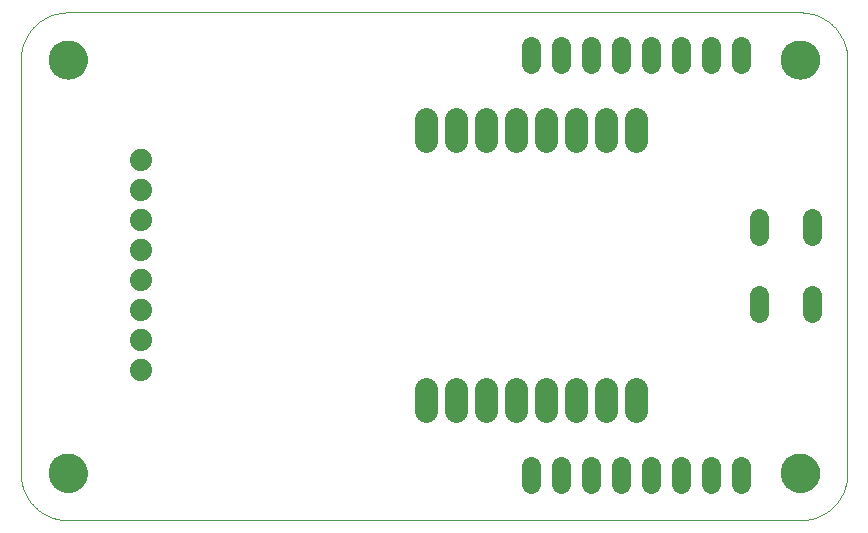
<source format=gbs>
G75*
%MOIN*%
%OFA0B0*%
%FSLAX25Y25*%
%IPPOS*%
%LPD*%
%AMOC8*
5,1,8,0,0,1.08239X$1,22.5*
%
%ADD10C,0.06400*%
%ADD11C,0.07400*%
%ADD12C,0.07600*%
%ADD13C,0.00000*%
%ADD14C,0.12998*%
D10*
X0217094Y0046156D02*
X0217094Y0052156D01*
X0227094Y0052156D02*
X0227094Y0046156D01*
X0237094Y0046156D02*
X0237094Y0052156D01*
X0247094Y0052156D02*
X0247094Y0046156D01*
X0257094Y0046156D02*
X0257094Y0052156D01*
X0267094Y0052156D02*
X0267094Y0046156D01*
X0277094Y0046156D02*
X0277094Y0052156D01*
X0287094Y0052156D02*
X0287094Y0046156D01*
X0293194Y0103356D02*
X0293194Y0109356D01*
X0310994Y0109356D02*
X0310994Y0103356D01*
X0310994Y0128956D02*
X0310994Y0134956D01*
X0293194Y0134956D02*
X0293194Y0128956D01*
X0287094Y0186156D02*
X0287094Y0192156D01*
X0277094Y0192156D02*
X0277094Y0186156D01*
X0267094Y0186156D02*
X0267094Y0192156D01*
X0257094Y0192156D02*
X0257094Y0186156D01*
X0247094Y0186156D02*
X0247094Y0192156D01*
X0237094Y0192156D02*
X0237094Y0186156D01*
X0227094Y0186156D02*
X0227094Y0192156D01*
X0217094Y0192156D02*
X0217094Y0186156D01*
D11*
X0087094Y0154156D03*
X0087094Y0144156D03*
X0087094Y0134156D03*
X0087094Y0124156D03*
X0087094Y0114156D03*
X0087094Y0104156D03*
X0087094Y0094156D03*
X0087094Y0084156D03*
D12*
X0182094Y0077756D02*
X0182094Y0070556D01*
X0192094Y0070556D02*
X0192094Y0077756D01*
X0202094Y0077756D02*
X0202094Y0070556D01*
X0212094Y0070556D02*
X0212094Y0077756D01*
X0222094Y0077756D02*
X0222094Y0070556D01*
X0232094Y0070556D02*
X0232094Y0077756D01*
X0242094Y0077756D02*
X0242094Y0070556D01*
X0252094Y0070556D02*
X0252094Y0077756D01*
X0252094Y0160556D02*
X0252094Y0167756D01*
X0242094Y0167756D02*
X0242094Y0160556D01*
X0232094Y0160556D02*
X0232094Y0167756D01*
X0222094Y0167756D02*
X0222094Y0160556D01*
X0212094Y0160556D02*
X0212094Y0167756D01*
X0202094Y0167756D02*
X0202094Y0160556D01*
X0192094Y0160556D02*
X0192094Y0167756D01*
X0182094Y0167756D02*
X0182094Y0160556D01*
D13*
X0062843Y0034156D02*
X0306937Y0034156D01*
X0300638Y0049904D02*
X0300640Y0050062D01*
X0300646Y0050220D01*
X0300656Y0050378D01*
X0300670Y0050536D01*
X0300688Y0050693D01*
X0300709Y0050850D01*
X0300735Y0051006D01*
X0300765Y0051162D01*
X0300798Y0051317D01*
X0300836Y0051470D01*
X0300877Y0051623D01*
X0300922Y0051775D01*
X0300971Y0051926D01*
X0301024Y0052075D01*
X0301080Y0052223D01*
X0301140Y0052369D01*
X0301204Y0052514D01*
X0301272Y0052657D01*
X0301343Y0052799D01*
X0301417Y0052939D01*
X0301495Y0053076D01*
X0301577Y0053212D01*
X0301661Y0053346D01*
X0301750Y0053477D01*
X0301841Y0053606D01*
X0301936Y0053733D01*
X0302033Y0053858D01*
X0302134Y0053980D01*
X0302238Y0054099D01*
X0302345Y0054216D01*
X0302455Y0054330D01*
X0302568Y0054441D01*
X0302683Y0054550D01*
X0302801Y0054655D01*
X0302922Y0054757D01*
X0303045Y0054857D01*
X0303171Y0054953D01*
X0303299Y0055046D01*
X0303429Y0055136D01*
X0303562Y0055222D01*
X0303697Y0055306D01*
X0303833Y0055385D01*
X0303972Y0055462D01*
X0304113Y0055534D01*
X0304255Y0055604D01*
X0304399Y0055669D01*
X0304545Y0055731D01*
X0304692Y0055789D01*
X0304841Y0055844D01*
X0304991Y0055895D01*
X0305142Y0055942D01*
X0305294Y0055985D01*
X0305447Y0056024D01*
X0305602Y0056060D01*
X0305757Y0056091D01*
X0305913Y0056119D01*
X0306069Y0056143D01*
X0306226Y0056163D01*
X0306384Y0056179D01*
X0306541Y0056191D01*
X0306700Y0056199D01*
X0306858Y0056203D01*
X0307016Y0056203D01*
X0307174Y0056199D01*
X0307333Y0056191D01*
X0307490Y0056179D01*
X0307648Y0056163D01*
X0307805Y0056143D01*
X0307961Y0056119D01*
X0308117Y0056091D01*
X0308272Y0056060D01*
X0308427Y0056024D01*
X0308580Y0055985D01*
X0308732Y0055942D01*
X0308883Y0055895D01*
X0309033Y0055844D01*
X0309182Y0055789D01*
X0309329Y0055731D01*
X0309475Y0055669D01*
X0309619Y0055604D01*
X0309761Y0055534D01*
X0309902Y0055462D01*
X0310041Y0055385D01*
X0310177Y0055306D01*
X0310312Y0055222D01*
X0310445Y0055136D01*
X0310575Y0055046D01*
X0310703Y0054953D01*
X0310829Y0054857D01*
X0310952Y0054757D01*
X0311073Y0054655D01*
X0311191Y0054550D01*
X0311306Y0054441D01*
X0311419Y0054330D01*
X0311529Y0054216D01*
X0311636Y0054099D01*
X0311740Y0053980D01*
X0311841Y0053858D01*
X0311938Y0053733D01*
X0312033Y0053606D01*
X0312124Y0053477D01*
X0312213Y0053346D01*
X0312297Y0053212D01*
X0312379Y0053076D01*
X0312457Y0052939D01*
X0312531Y0052799D01*
X0312602Y0052657D01*
X0312670Y0052514D01*
X0312734Y0052369D01*
X0312794Y0052223D01*
X0312850Y0052075D01*
X0312903Y0051926D01*
X0312952Y0051775D01*
X0312997Y0051623D01*
X0313038Y0051470D01*
X0313076Y0051317D01*
X0313109Y0051162D01*
X0313139Y0051006D01*
X0313165Y0050850D01*
X0313186Y0050693D01*
X0313204Y0050536D01*
X0313218Y0050378D01*
X0313228Y0050220D01*
X0313234Y0050062D01*
X0313236Y0049904D01*
X0313234Y0049746D01*
X0313228Y0049588D01*
X0313218Y0049430D01*
X0313204Y0049272D01*
X0313186Y0049115D01*
X0313165Y0048958D01*
X0313139Y0048802D01*
X0313109Y0048646D01*
X0313076Y0048491D01*
X0313038Y0048338D01*
X0312997Y0048185D01*
X0312952Y0048033D01*
X0312903Y0047882D01*
X0312850Y0047733D01*
X0312794Y0047585D01*
X0312734Y0047439D01*
X0312670Y0047294D01*
X0312602Y0047151D01*
X0312531Y0047009D01*
X0312457Y0046869D01*
X0312379Y0046732D01*
X0312297Y0046596D01*
X0312213Y0046462D01*
X0312124Y0046331D01*
X0312033Y0046202D01*
X0311938Y0046075D01*
X0311841Y0045950D01*
X0311740Y0045828D01*
X0311636Y0045709D01*
X0311529Y0045592D01*
X0311419Y0045478D01*
X0311306Y0045367D01*
X0311191Y0045258D01*
X0311073Y0045153D01*
X0310952Y0045051D01*
X0310829Y0044951D01*
X0310703Y0044855D01*
X0310575Y0044762D01*
X0310445Y0044672D01*
X0310312Y0044586D01*
X0310177Y0044502D01*
X0310041Y0044423D01*
X0309902Y0044346D01*
X0309761Y0044274D01*
X0309619Y0044204D01*
X0309475Y0044139D01*
X0309329Y0044077D01*
X0309182Y0044019D01*
X0309033Y0043964D01*
X0308883Y0043913D01*
X0308732Y0043866D01*
X0308580Y0043823D01*
X0308427Y0043784D01*
X0308272Y0043748D01*
X0308117Y0043717D01*
X0307961Y0043689D01*
X0307805Y0043665D01*
X0307648Y0043645D01*
X0307490Y0043629D01*
X0307333Y0043617D01*
X0307174Y0043609D01*
X0307016Y0043605D01*
X0306858Y0043605D01*
X0306700Y0043609D01*
X0306541Y0043617D01*
X0306384Y0043629D01*
X0306226Y0043645D01*
X0306069Y0043665D01*
X0305913Y0043689D01*
X0305757Y0043717D01*
X0305602Y0043748D01*
X0305447Y0043784D01*
X0305294Y0043823D01*
X0305142Y0043866D01*
X0304991Y0043913D01*
X0304841Y0043964D01*
X0304692Y0044019D01*
X0304545Y0044077D01*
X0304399Y0044139D01*
X0304255Y0044204D01*
X0304113Y0044274D01*
X0303972Y0044346D01*
X0303833Y0044423D01*
X0303697Y0044502D01*
X0303562Y0044586D01*
X0303429Y0044672D01*
X0303299Y0044762D01*
X0303171Y0044855D01*
X0303045Y0044951D01*
X0302922Y0045051D01*
X0302801Y0045153D01*
X0302683Y0045258D01*
X0302568Y0045367D01*
X0302455Y0045478D01*
X0302345Y0045592D01*
X0302238Y0045709D01*
X0302134Y0045828D01*
X0302033Y0045950D01*
X0301936Y0046075D01*
X0301841Y0046202D01*
X0301750Y0046331D01*
X0301661Y0046462D01*
X0301577Y0046596D01*
X0301495Y0046732D01*
X0301417Y0046869D01*
X0301343Y0047009D01*
X0301272Y0047151D01*
X0301204Y0047294D01*
X0301140Y0047439D01*
X0301080Y0047585D01*
X0301024Y0047733D01*
X0300971Y0047882D01*
X0300922Y0048033D01*
X0300877Y0048185D01*
X0300836Y0048338D01*
X0300798Y0048491D01*
X0300765Y0048646D01*
X0300735Y0048802D01*
X0300709Y0048958D01*
X0300688Y0049115D01*
X0300670Y0049272D01*
X0300656Y0049430D01*
X0300646Y0049588D01*
X0300640Y0049746D01*
X0300638Y0049904D01*
X0306937Y0034156D02*
X0307318Y0034161D01*
X0307698Y0034174D01*
X0308078Y0034197D01*
X0308457Y0034230D01*
X0308835Y0034271D01*
X0309212Y0034321D01*
X0309588Y0034381D01*
X0309963Y0034449D01*
X0310335Y0034527D01*
X0310706Y0034614D01*
X0311074Y0034709D01*
X0311440Y0034814D01*
X0311803Y0034927D01*
X0312164Y0035049D01*
X0312521Y0035179D01*
X0312875Y0035319D01*
X0313226Y0035466D01*
X0313573Y0035623D01*
X0313916Y0035787D01*
X0314255Y0035960D01*
X0314590Y0036141D01*
X0314921Y0036330D01*
X0315246Y0036527D01*
X0315567Y0036731D01*
X0315883Y0036944D01*
X0316193Y0037164D01*
X0316499Y0037391D01*
X0316798Y0037626D01*
X0317092Y0037868D01*
X0317380Y0038116D01*
X0317662Y0038372D01*
X0317937Y0038635D01*
X0318206Y0038904D01*
X0318469Y0039179D01*
X0318725Y0039461D01*
X0318973Y0039749D01*
X0319215Y0040043D01*
X0319450Y0040342D01*
X0319677Y0040648D01*
X0319897Y0040958D01*
X0320110Y0041274D01*
X0320314Y0041595D01*
X0320511Y0041920D01*
X0320700Y0042251D01*
X0320881Y0042586D01*
X0321054Y0042925D01*
X0321218Y0043268D01*
X0321375Y0043615D01*
X0321522Y0043966D01*
X0321662Y0044320D01*
X0321792Y0044677D01*
X0321914Y0045038D01*
X0322027Y0045401D01*
X0322132Y0045767D01*
X0322227Y0046135D01*
X0322314Y0046506D01*
X0322392Y0046878D01*
X0322460Y0047253D01*
X0322520Y0047629D01*
X0322570Y0048006D01*
X0322611Y0048384D01*
X0322644Y0048763D01*
X0322667Y0049143D01*
X0322680Y0049523D01*
X0322685Y0049904D01*
X0322685Y0187699D01*
X0300638Y0187699D02*
X0300640Y0187857D01*
X0300646Y0188015D01*
X0300656Y0188173D01*
X0300670Y0188331D01*
X0300688Y0188488D01*
X0300709Y0188645D01*
X0300735Y0188801D01*
X0300765Y0188957D01*
X0300798Y0189112D01*
X0300836Y0189265D01*
X0300877Y0189418D01*
X0300922Y0189570D01*
X0300971Y0189721D01*
X0301024Y0189870D01*
X0301080Y0190018D01*
X0301140Y0190164D01*
X0301204Y0190309D01*
X0301272Y0190452D01*
X0301343Y0190594D01*
X0301417Y0190734D01*
X0301495Y0190871D01*
X0301577Y0191007D01*
X0301661Y0191141D01*
X0301750Y0191272D01*
X0301841Y0191401D01*
X0301936Y0191528D01*
X0302033Y0191653D01*
X0302134Y0191775D01*
X0302238Y0191894D01*
X0302345Y0192011D01*
X0302455Y0192125D01*
X0302568Y0192236D01*
X0302683Y0192345D01*
X0302801Y0192450D01*
X0302922Y0192552D01*
X0303045Y0192652D01*
X0303171Y0192748D01*
X0303299Y0192841D01*
X0303429Y0192931D01*
X0303562Y0193017D01*
X0303697Y0193101D01*
X0303833Y0193180D01*
X0303972Y0193257D01*
X0304113Y0193329D01*
X0304255Y0193399D01*
X0304399Y0193464D01*
X0304545Y0193526D01*
X0304692Y0193584D01*
X0304841Y0193639D01*
X0304991Y0193690D01*
X0305142Y0193737D01*
X0305294Y0193780D01*
X0305447Y0193819D01*
X0305602Y0193855D01*
X0305757Y0193886D01*
X0305913Y0193914D01*
X0306069Y0193938D01*
X0306226Y0193958D01*
X0306384Y0193974D01*
X0306541Y0193986D01*
X0306700Y0193994D01*
X0306858Y0193998D01*
X0307016Y0193998D01*
X0307174Y0193994D01*
X0307333Y0193986D01*
X0307490Y0193974D01*
X0307648Y0193958D01*
X0307805Y0193938D01*
X0307961Y0193914D01*
X0308117Y0193886D01*
X0308272Y0193855D01*
X0308427Y0193819D01*
X0308580Y0193780D01*
X0308732Y0193737D01*
X0308883Y0193690D01*
X0309033Y0193639D01*
X0309182Y0193584D01*
X0309329Y0193526D01*
X0309475Y0193464D01*
X0309619Y0193399D01*
X0309761Y0193329D01*
X0309902Y0193257D01*
X0310041Y0193180D01*
X0310177Y0193101D01*
X0310312Y0193017D01*
X0310445Y0192931D01*
X0310575Y0192841D01*
X0310703Y0192748D01*
X0310829Y0192652D01*
X0310952Y0192552D01*
X0311073Y0192450D01*
X0311191Y0192345D01*
X0311306Y0192236D01*
X0311419Y0192125D01*
X0311529Y0192011D01*
X0311636Y0191894D01*
X0311740Y0191775D01*
X0311841Y0191653D01*
X0311938Y0191528D01*
X0312033Y0191401D01*
X0312124Y0191272D01*
X0312213Y0191141D01*
X0312297Y0191007D01*
X0312379Y0190871D01*
X0312457Y0190734D01*
X0312531Y0190594D01*
X0312602Y0190452D01*
X0312670Y0190309D01*
X0312734Y0190164D01*
X0312794Y0190018D01*
X0312850Y0189870D01*
X0312903Y0189721D01*
X0312952Y0189570D01*
X0312997Y0189418D01*
X0313038Y0189265D01*
X0313076Y0189112D01*
X0313109Y0188957D01*
X0313139Y0188801D01*
X0313165Y0188645D01*
X0313186Y0188488D01*
X0313204Y0188331D01*
X0313218Y0188173D01*
X0313228Y0188015D01*
X0313234Y0187857D01*
X0313236Y0187699D01*
X0313234Y0187541D01*
X0313228Y0187383D01*
X0313218Y0187225D01*
X0313204Y0187067D01*
X0313186Y0186910D01*
X0313165Y0186753D01*
X0313139Y0186597D01*
X0313109Y0186441D01*
X0313076Y0186286D01*
X0313038Y0186133D01*
X0312997Y0185980D01*
X0312952Y0185828D01*
X0312903Y0185677D01*
X0312850Y0185528D01*
X0312794Y0185380D01*
X0312734Y0185234D01*
X0312670Y0185089D01*
X0312602Y0184946D01*
X0312531Y0184804D01*
X0312457Y0184664D01*
X0312379Y0184527D01*
X0312297Y0184391D01*
X0312213Y0184257D01*
X0312124Y0184126D01*
X0312033Y0183997D01*
X0311938Y0183870D01*
X0311841Y0183745D01*
X0311740Y0183623D01*
X0311636Y0183504D01*
X0311529Y0183387D01*
X0311419Y0183273D01*
X0311306Y0183162D01*
X0311191Y0183053D01*
X0311073Y0182948D01*
X0310952Y0182846D01*
X0310829Y0182746D01*
X0310703Y0182650D01*
X0310575Y0182557D01*
X0310445Y0182467D01*
X0310312Y0182381D01*
X0310177Y0182297D01*
X0310041Y0182218D01*
X0309902Y0182141D01*
X0309761Y0182069D01*
X0309619Y0181999D01*
X0309475Y0181934D01*
X0309329Y0181872D01*
X0309182Y0181814D01*
X0309033Y0181759D01*
X0308883Y0181708D01*
X0308732Y0181661D01*
X0308580Y0181618D01*
X0308427Y0181579D01*
X0308272Y0181543D01*
X0308117Y0181512D01*
X0307961Y0181484D01*
X0307805Y0181460D01*
X0307648Y0181440D01*
X0307490Y0181424D01*
X0307333Y0181412D01*
X0307174Y0181404D01*
X0307016Y0181400D01*
X0306858Y0181400D01*
X0306700Y0181404D01*
X0306541Y0181412D01*
X0306384Y0181424D01*
X0306226Y0181440D01*
X0306069Y0181460D01*
X0305913Y0181484D01*
X0305757Y0181512D01*
X0305602Y0181543D01*
X0305447Y0181579D01*
X0305294Y0181618D01*
X0305142Y0181661D01*
X0304991Y0181708D01*
X0304841Y0181759D01*
X0304692Y0181814D01*
X0304545Y0181872D01*
X0304399Y0181934D01*
X0304255Y0181999D01*
X0304113Y0182069D01*
X0303972Y0182141D01*
X0303833Y0182218D01*
X0303697Y0182297D01*
X0303562Y0182381D01*
X0303429Y0182467D01*
X0303299Y0182557D01*
X0303171Y0182650D01*
X0303045Y0182746D01*
X0302922Y0182846D01*
X0302801Y0182948D01*
X0302683Y0183053D01*
X0302568Y0183162D01*
X0302455Y0183273D01*
X0302345Y0183387D01*
X0302238Y0183504D01*
X0302134Y0183623D01*
X0302033Y0183745D01*
X0301936Y0183870D01*
X0301841Y0183997D01*
X0301750Y0184126D01*
X0301661Y0184257D01*
X0301577Y0184391D01*
X0301495Y0184527D01*
X0301417Y0184664D01*
X0301343Y0184804D01*
X0301272Y0184946D01*
X0301204Y0185089D01*
X0301140Y0185234D01*
X0301080Y0185380D01*
X0301024Y0185528D01*
X0300971Y0185677D01*
X0300922Y0185828D01*
X0300877Y0185980D01*
X0300836Y0186133D01*
X0300798Y0186286D01*
X0300765Y0186441D01*
X0300735Y0186597D01*
X0300709Y0186753D01*
X0300688Y0186910D01*
X0300670Y0187067D01*
X0300656Y0187225D01*
X0300646Y0187383D01*
X0300640Y0187541D01*
X0300638Y0187699D01*
X0306937Y0203447D02*
X0307318Y0203442D01*
X0307698Y0203429D01*
X0308078Y0203406D01*
X0308457Y0203373D01*
X0308835Y0203332D01*
X0309212Y0203282D01*
X0309588Y0203222D01*
X0309963Y0203154D01*
X0310335Y0203076D01*
X0310706Y0202989D01*
X0311074Y0202894D01*
X0311440Y0202789D01*
X0311803Y0202676D01*
X0312164Y0202554D01*
X0312521Y0202424D01*
X0312875Y0202284D01*
X0313226Y0202137D01*
X0313573Y0201980D01*
X0313916Y0201816D01*
X0314255Y0201643D01*
X0314590Y0201462D01*
X0314921Y0201273D01*
X0315246Y0201076D01*
X0315567Y0200872D01*
X0315883Y0200659D01*
X0316193Y0200439D01*
X0316499Y0200212D01*
X0316798Y0199977D01*
X0317092Y0199735D01*
X0317380Y0199487D01*
X0317662Y0199231D01*
X0317937Y0198968D01*
X0318206Y0198699D01*
X0318469Y0198424D01*
X0318725Y0198142D01*
X0318973Y0197854D01*
X0319215Y0197560D01*
X0319450Y0197261D01*
X0319677Y0196955D01*
X0319897Y0196645D01*
X0320110Y0196329D01*
X0320314Y0196008D01*
X0320511Y0195683D01*
X0320700Y0195352D01*
X0320881Y0195017D01*
X0321054Y0194678D01*
X0321218Y0194335D01*
X0321375Y0193988D01*
X0321522Y0193637D01*
X0321662Y0193283D01*
X0321792Y0192926D01*
X0321914Y0192565D01*
X0322027Y0192202D01*
X0322132Y0191836D01*
X0322227Y0191468D01*
X0322314Y0191097D01*
X0322392Y0190725D01*
X0322460Y0190350D01*
X0322520Y0189974D01*
X0322570Y0189597D01*
X0322611Y0189219D01*
X0322644Y0188840D01*
X0322667Y0188460D01*
X0322680Y0188080D01*
X0322685Y0187699D01*
X0306937Y0203448D02*
X0062843Y0203448D01*
X0056544Y0187699D02*
X0056546Y0187857D01*
X0056552Y0188015D01*
X0056562Y0188173D01*
X0056576Y0188331D01*
X0056594Y0188488D01*
X0056615Y0188645D01*
X0056641Y0188801D01*
X0056671Y0188957D01*
X0056704Y0189112D01*
X0056742Y0189265D01*
X0056783Y0189418D01*
X0056828Y0189570D01*
X0056877Y0189721D01*
X0056930Y0189870D01*
X0056986Y0190018D01*
X0057046Y0190164D01*
X0057110Y0190309D01*
X0057178Y0190452D01*
X0057249Y0190594D01*
X0057323Y0190734D01*
X0057401Y0190871D01*
X0057483Y0191007D01*
X0057567Y0191141D01*
X0057656Y0191272D01*
X0057747Y0191401D01*
X0057842Y0191528D01*
X0057939Y0191653D01*
X0058040Y0191775D01*
X0058144Y0191894D01*
X0058251Y0192011D01*
X0058361Y0192125D01*
X0058474Y0192236D01*
X0058589Y0192345D01*
X0058707Y0192450D01*
X0058828Y0192552D01*
X0058951Y0192652D01*
X0059077Y0192748D01*
X0059205Y0192841D01*
X0059335Y0192931D01*
X0059468Y0193017D01*
X0059603Y0193101D01*
X0059739Y0193180D01*
X0059878Y0193257D01*
X0060019Y0193329D01*
X0060161Y0193399D01*
X0060305Y0193464D01*
X0060451Y0193526D01*
X0060598Y0193584D01*
X0060747Y0193639D01*
X0060897Y0193690D01*
X0061048Y0193737D01*
X0061200Y0193780D01*
X0061353Y0193819D01*
X0061508Y0193855D01*
X0061663Y0193886D01*
X0061819Y0193914D01*
X0061975Y0193938D01*
X0062132Y0193958D01*
X0062290Y0193974D01*
X0062447Y0193986D01*
X0062606Y0193994D01*
X0062764Y0193998D01*
X0062922Y0193998D01*
X0063080Y0193994D01*
X0063239Y0193986D01*
X0063396Y0193974D01*
X0063554Y0193958D01*
X0063711Y0193938D01*
X0063867Y0193914D01*
X0064023Y0193886D01*
X0064178Y0193855D01*
X0064333Y0193819D01*
X0064486Y0193780D01*
X0064638Y0193737D01*
X0064789Y0193690D01*
X0064939Y0193639D01*
X0065088Y0193584D01*
X0065235Y0193526D01*
X0065381Y0193464D01*
X0065525Y0193399D01*
X0065667Y0193329D01*
X0065808Y0193257D01*
X0065947Y0193180D01*
X0066083Y0193101D01*
X0066218Y0193017D01*
X0066351Y0192931D01*
X0066481Y0192841D01*
X0066609Y0192748D01*
X0066735Y0192652D01*
X0066858Y0192552D01*
X0066979Y0192450D01*
X0067097Y0192345D01*
X0067212Y0192236D01*
X0067325Y0192125D01*
X0067435Y0192011D01*
X0067542Y0191894D01*
X0067646Y0191775D01*
X0067747Y0191653D01*
X0067844Y0191528D01*
X0067939Y0191401D01*
X0068030Y0191272D01*
X0068119Y0191141D01*
X0068203Y0191007D01*
X0068285Y0190871D01*
X0068363Y0190734D01*
X0068437Y0190594D01*
X0068508Y0190452D01*
X0068576Y0190309D01*
X0068640Y0190164D01*
X0068700Y0190018D01*
X0068756Y0189870D01*
X0068809Y0189721D01*
X0068858Y0189570D01*
X0068903Y0189418D01*
X0068944Y0189265D01*
X0068982Y0189112D01*
X0069015Y0188957D01*
X0069045Y0188801D01*
X0069071Y0188645D01*
X0069092Y0188488D01*
X0069110Y0188331D01*
X0069124Y0188173D01*
X0069134Y0188015D01*
X0069140Y0187857D01*
X0069142Y0187699D01*
X0069140Y0187541D01*
X0069134Y0187383D01*
X0069124Y0187225D01*
X0069110Y0187067D01*
X0069092Y0186910D01*
X0069071Y0186753D01*
X0069045Y0186597D01*
X0069015Y0186441D01*
X0068982Y0186286D01*
X0068944Y0186133D01*
X0068903Y0185980D01*
X0068858Y0185828D01*
X0068809Y0185677D01*
X0068756Y0185528D01*
X0068700Y0185380D01*
X0068640Y0185234D01*
X0068576Y0185089D01*
X0068508Y0184946D01*
X0068437Y0184804D01*
X0068363Y0184664D01*
X0068285Y0184527D01*
X0068203Y0184391D01*
X0068119Y0184257D01*
X0068030Y0184126D01*
X0067939Y0183997D01*
X0067844Y0183870D01*
X0067747Y0183745D01*
X0067646Y0183623D01*
X0067542Y0183504D01*
X0067435Y0183387D01*
X0067325Y0183273D01*
X0067212Y0183162D01*
X0067097Y0183053D01*
X0066979Y0182948D01*
X0066858Y0182846D01*
X0066735Y0182746D01*
X0066609Y0182650D01*
X0066481Y0182557D01*
X0066351Y0182467D01*
X0066218Y0182381D01*
X0066083Y0182297D01*
X0065947Y0182218D01*
X0065808Y0182141D01*
X0065667Y0182069D01*
X0065525Y0181999D01*
X0065381Y0181934D01*
X0065235Y0181872D01*
X0065088Y0181814D01*
X0064939Y0181759D01*
X0064789Y0181708D01*
X0064638Y0181661D01*
X0064486Y0181618D01*
X0064333Y0181579D01*
X0064178Y0181543D01*
X0064023Y0181512D01*
X0063867Y0181484D01*
X0063711Y0181460D01*
X0063554Y0181440D01*
X0063396Y0181424D01*
X0063239Y0181412D01*
X0063080Y0181404D01*
X0062922Y0181400D01*
X0062764Y0181400D01*
X0062606Y0181404D01*
X0062447Y0181412D01*
X0062290Y0181424D01*
X0062132Y0181440D01*
X0061975Y0181460D01*
X0061819Y0181484D01*
X0061663Y0181512D01*
X0061508Y0181543D01*
X0061353Y0181579D01*
X0061200Y0181618D01*
X0061048Y0181661D01*
X0060897Y0181708D01*
X0060747Y0181759D01*
X0060598Y0181814D01*
X0060451Y0181872D01*
X0060305Y0181934D01*
X0060161Y0181999D01*
X0060019Y0182069D01*
X0059878Y0182141D01*
X0059739Y0182218D01*
X0059603Y0182297D01*
X0059468Y0182381D01*
X0059335Y0182467D01*
X0059205Y0182557D01*
X0059077Y0182650D01*
X0058951Y0182746D01*
X0058828Y0182846D01*
X0058707Y0182948D01*
X0058589Y0183053D01*
X0058474Y0183162D01*
X0058361Y0183273D01*
X0058251Y0183387D01*
X0058144Y0183504D01*
X0058040Y0183623D01*
X0057939Y0183745D01*
X0057842Y0183870D01*
X0057747Y0183997D01*
X0057656Y0184126D01*
X0057567Y0184257D01*
X0057483Y0184391D01*
X0057401Y0184527D01*
X0057323Y0184664D01*
X0057249Y0184804D01*
X0057178Y0184946D01*
X0057110Y0185089D01*
X0057046Y0185234D01*
X0056986Y0185380D01*
X0056930Y0185528D01*
X0056877Y0185677D01*
X0056828Y0185828D01*
X0056783Y0185980D01*
X0056742Y0186133D01*
X0056704Y0186286D01*
X0056671Y0186441D01*
X0056641Y0186597D01*
X0056615Y0186753D01*
X0056594Y0186910D01*
X0056576Y0187067D01*
X0056562Y0187225D01*
X0056552Y0187383D01*
X0056546Y0187541D01*
X0056544Y0187699D01*
X0047095Y0187699D02*
X0047100Y0188080D01*
X0047113Y0188460D01*
X0047136Y0188840D01*
X0047169Y0189219D01*
X0047210Y0189597D01*
X0047260Y0189974D01*
X0047320Y0190350D01*
X0047388Y0190725D01*
X0047466Y0191097D01*
X0047553Y0191468D01*
X0047648Y0191836D01*
X0047753Y0192202D01*
X0047866Y0192565D01*
X0047988Y0192926D01*
X0048118Y0193283D01*
X0048258Y0193637D01*
X0048405Y0193988D01*
X0048562Y0194335D01*
X0048726Y0194678D01*
X0048899Y0195017D01*
X0049080Y0195352D01*
X0049269Y0195683D01*
X0049466Y0196008D01*
X0049670Y0196329D01*
X0049883Y0196645D01*
X0050103Y0196955D01*
X0050330Y0197261D01*
X0050565Y0197560D01*
X0050807Y0197854D01*
X0051055Y0198142D01*
X0051311Y0198424D01*
X0051574Y0198699D01*
X0051843Y0198968D01*
X0052118Y0199231D01*
X0052400Y0199487D01*
X0052688Y0199735D01*
X0052982Y0199977D01*
X0053281Y0200212D01*
X0053587Y0200439D01*
X0053897Y0200659D01*
X0054213Y0200872D01*
X0054534Y0201076D01*
X0054859Y0201273D01*
X0055190Y0201462D01*
X0055525Y0201643D01*
X0055864Y0201816D01*
X0056207Y0201980D01*
X0056554Y0202137D01*
X0056905Y0202284D01*
X0057259Y0202424D01*
X0057616Y0202554D01*
X0057977Y0202676D01*
X0058340Y0202789D01*
X0058706Y0202894D01*
X0059074Y0202989D01*
X0059445Y0203076D01*
X0059817Y0203154D01*
X0060192Y0203222D01*
X0060568Y0203282D01*
X0060945Y0203332D01*
X0061323Y0203373D01*
X0061702Y0203406D01*
X0062082Y0203429D01*
X0062462Y0203442D01*
X0062843Y0203447D01*
X0047094Y0187699D02*
X0047094Y0049904D01*
X0056544Y0049904D02*
X0056546Y0050062D01*
X0056552Y0050220D01*
X0056562Y0050378D01*
X0056576Y0050536D01*
X0056594Y0050693D01*
X0056615Y0050850D01*
X0056641Y0051006D01*
X0056671Y0051162D01*
X0056704Y0051317D01*
X0056742Y0051470D01*
X0056783Y0051623D01*
X0056828Y0051775D01*
X0056877Y0051926D01*
X0056930Y0052075D01*
X0056986Y0052223D01*
X0057046Y0052369D01*
X0057110Y0052514D01*
X0057178Y0052657D01*
X0057249Y0052799D01*
X0057323Y0052939D01*
X0057401Y0053076D01*
X0057483Y0053212D01*
X0057567Y0053346D01*
X0057656Y0053477D01*
X0057747Y0053606D01*
X0057842Y0053733D01*
X0057939Y0053858D01*
X0058040Y0053980D01*
X0058144Y0054099D01*
X0058251Y0054216D01*
X0058361Y0054330D01*
X0058474Y0054441D01*
X0058589Y0054550D01*
X0058707Y0054655D01*
X0058828Y0054757D01*
X0058951Y0054857D01*
X0059077Y0054953D01*
X0059205Y0055046D01*
X0059335Y0055136D01*
X0059468Y0055222D01*
X0059603Y0055306D01*
X0059739Y0055385D01*
X0059878Y0055462D01*
X0060019Y0055534D01*
X0060161Y0055604D01*
X0060305Y0055669D01*
X0060451Y0055731D01*
X0060598Y0055789D01*
X0060747Y0055844D01*
X0060897Y0055895D01*
X0061048Y0055942D01*
X0061200Y0055985D01*
X0061353Y0056024D01*
X0061508Y0056060D01*
X0061663Y0056091D01*
X0061819Y0056119D01*
X0061975Y0056143D01*
X0062132Y0056163D01*
X0062290Y0056179D01*
X0062447Y0056191D01*
X0062606Y0056199D01*
X0062764Y0056203D01*
X0062922Y0056203D01*
X0063080Y0056199D01*
X0063239Y0056191D01*
X0063396Y0056179D01*
X0063554Y0056163D01*
X0063711Y0056143D01*
X0063867Y0056119D01*
X0064023Y0056091D01*
X0064178Y0056060D01*
X0064333Y0056024D01*
X0064486Y0055985D01*
X0064638Y0055942D01*
X0064789Y0055895D01*
X0064939Y0055844D01*
X0065088Y0055789D01*
X0065235Y0055731D01*
X0065381Y0055669D01*
X0065525Y0055604D01*
X0065667Y0055534D01*
X0065808Y0055462D01*
X0065947Y0055385D01*
X0066083Y0055306D01*
X0066218Y0055222D01*
X0066351Y0055136D01*
X0066481Y0055046D01*
X0066609Y0054953D01*
X0066735Y0054857D01*
X0066858Y0054757D01*
X0066979Y0054655D01*
X0067097Y0054550D01*
X0067212Y0054441D01*
X0067325Y0054330D01*
X0067435Y0054216D01*
X0067542Y0054099D01*
X0067646Y0053980D01*
X0067747Y0053858D01*
X0067844Y0053733D01*
X0067939Y0053606D01*
X0068030Y0053477D01*
X0068119Y0053346D01*
X0068203Y0053212D01*
X0068285Y0053076D01*
X0068363Y0052939D01*
X0068437Y0052799D01*
X0068508Y0052657D01*
X0068576Y0052514D01*
X0068640Y0052369D01*
X0068700Y0052223D01*
X0068756Y0052075D01*
X0068809Y0051926D01*
X0068858Y0051775D01*
X0068903Y0051623D01*
X0068944Y0051470D01*
X0068982Y0051317D01*
X0069015Y0051162D01*
X0069045Y0051006D01*
X0069071Y0050850D01*
X0069092Y0050693D01*
X0069110Y0050536D01*
X0069124Y0050378D01*
X0069134Y0050220D01*
X0069140Y0050062D01*
X0069142Y0049904D01*
X0069140Y0049746D01*
X0069134Y0049588D01*
X0069124Y0049430D01*
X0069110Y0049272D01*
X0069092Y0049115D01*
X0069071Y0048958D01*
X0069045Y0048802D01*
X0069015Y0048646D01*
X0068982Y0048491D01*
X0068944Y0048338D01*
X0068903Y0048185D01*
X0068858Y0048033D01*
X0068809Y0047882D01*
X0068756Y0047733D01*
X0068700Y0047585D01*
X0068640Y0047439D01*
X0068576Y0047294D01*
X0068508Y0047151D01*
X0068437Y0047009D01*
X0068363Y0046869D01*
X0068285Y0046732D01*
X0068203Y0046596D01*
X0068119Y0046462D01*
X0068030Y0046331D01*
X0067939Y0046202D01*
X0067844Y0046075D01*
X0067747Y0045950D01*
X0067646Y0045828D01*
X0067542Y0045709D01*
X0067435Y0045592D01*
X0067325Y0045478D01*
X0067212Y0045367D01*
X0067097Y0045258D01*
X0066979Y0045153D01*
X0066858Y0045051D01*
X0066735Y0044951D01*
X0066609Y0044855D01*
X0066481Y0044762D01*
X0066351Y0044672D01*
X0066218Y0044586D01*
X0066083Y0044502D01*
X0065947Y0044423D01*
X0065808Y0044346D01*
X0065667Y0044274D01*
X0065525Y0044204D01*
X0065381Y0044139D01*
X0065235Y0044077D01*
X0065088Y0044019D01*
X0064939Y0043964D01*
X0064789Y0043913D01*
X0064638Y0043866D01*
X0064486Y0043823D01*
X0064333Y0043784D01*
X0064178Y0043748D01*
X0064023Y0043717D01*
X0063867Y0043689D01*
X0063711Y0043665D01*
X0063554Y0043645D01*
X0063396Y0043629D01*
X0063239Y0043617D01*
X0063080Y0043609D01*
X0062922Y0043605D01*
X0062764Y0043605D01*
X0062606Y0043609D01*
X0062447Y0043617D01*
X0062290Y0043629D01*
X0062132Y0043645D01*
X0061975Y0043665D01*
X0061819Y0043689D01*
X0061663Y0043717D01*
X0061508Y0043748D01*
X0061353Y0043784D01*
X0061200Y0043823D01*
X0061048Y0043866D01*
X0060897Y0043913D01*
X0060747Y0043964D01*
X0060598Y0044019D01*
X0060451Y0044077D01*
X0060305Y0044139D01*
X0060161Y0044204D01*
X0060019Y0044274D01*
X0059878Y0044346D01*
X0059739Y0044423D01*
X0059603Y0044502D01*
X0059468Y0044586D01*
X0059335Y0044672D01*
X0059205Y0044762D01*
X0059077Y0044855D01*
X0058951Y0044951D01*
X0058828Y0045051D01*
X0058707Y0045153D01*
X0058589Y0045258D01*
X0058474Y0045367D01*
X0058361Y0045478D01*
X0058251Y0045592D01*
X0058144Y0045709D01*
X0058040Y0045828D01*
X0057939Y0045950D01*
X0057842Y0046075D01*
X0057747Y0046202D01*
X0057656Y0046331D01*
X0057567Y0046462D01*
X0057483Y0046596D01*
X0057401Y0046732D01*
X0057323Y0046869D01*
X0057249Y0047009D01*
X0057178Y0047151D01*
X0057110Y0047294D01*
X0057046Y0047439D01*
X0056986Y0047585D01*
X0056930Y0047733D01*
X0056877Y0047882D01*
X0056828Y0048033D01*
X0056783Y0048185D01*
X0056742Y0048338D01*
X0056704Y0048491D01*
X0056671Y0048646D01*
X0056641Y0048802D01*
X0056615Y0048958D01*
X0056594Y0049115D01*
X0056576Y0049272D01*
X0056562Y0049430D01*
X0056552Y0049588D01*
X0056546Y0049746D01*
X0056544Y0049904D01*
X0047095Y0049904D02*
X0047100Y0049523D01*
X0047113Y0049143D01*
X0047136Y0048763D01*
X0047169Y0048384D01*
X0047210Y0048006D01*
X0047260Y0047629D01*
X0047320Y0047253D01*
X0047388Y0046878D01*
X0047466Y0046506D01*
X0047553Y0046135D01*
X0047648Y0045767D01*
X0047753Y0045401D01*
X0047866Y0045038D01*
X0047988Y0044677D01*
X0048118Y0044320D01*
X0048258Y0043966D01*
X0048405Y0043615D01*
X0048562Y0043268D01*
X0048726Y0042925D01*
X0048899Y0042586D01*
X0049080Y0042251D01*
X0049269Y0041920D01*
X0049466Y0041595D01*
X0049670Y0041274D01*
X0049883Y0040958D01*
X0050103Y0040648D01*
X0050330Y0040342D01*
X0050565Y0040043D01*
X0050807Y0039749D01*
X0051055Y0039461D01*
X0051311Y0039179D01*
X0051574Y0038904D01*
X0051843Y0038635D01*
X0052118Y0038372D01*
X0052400Y0038116D01*
X0052688Y0037868D01*
X0052982Y0037626D01*
X0053281Y0037391D01*
X0053587Y0037164D01*
X0053897Y0036944D01*
X0054213Y0036731D01*
X0054534Y0036527D01*
X0054859Y0036330D01*
X0055190Y0036141D01*
X0055525Y0035960D01*
X0055864Y0035787D01*
X0056207Y0035623D01*
X0056554Y0035466D01*
X0056905Y0035319D01*
X0057259Y0035179D01*
X0057616Y0035049D01*
X0057977Y0034927D01*
X0058340Y0034814D01*
X0058706Y0034709D01*
X0059074Y0034614D01*
X0059445Y0034527D01*
X0059817Y0034449D01*
X0060192Y0034381D01*
X0060568Y0034321D01*
X0060945Y0034271D01*
X0061323Y0034230D01*
X0061702Y0034197D01*
X0062082Y0034174D01*
X0062462Y0034161D01*
X0062843Y0034156D01*
D14*
X0062843Y0049904D03*
X0062843Y0187699D03*
X0306937Y0187699D03*
X0306937Y0049904D03*
M02*

</source>
